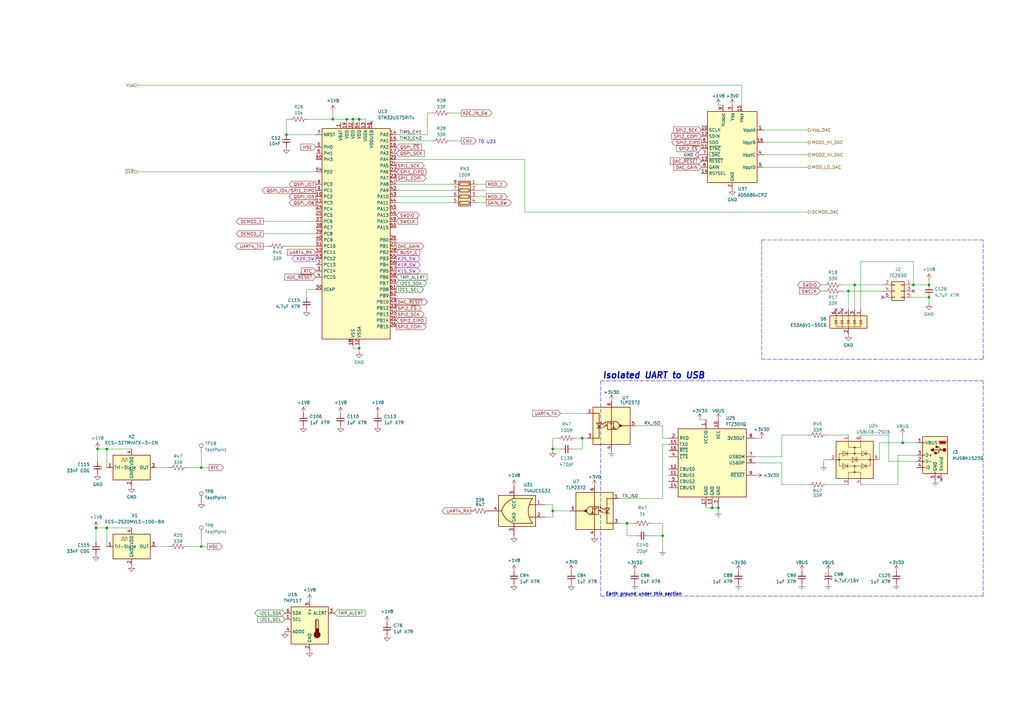
<source format=kicad_sch>
(kicad_sch (version 20230121) (generator eeschema)
  (paper "A3")
  (lib_symbols
    (symbol "74xGxx:74AUC1G32"
      (property "Reference" "U" (at -2.54 3.81 0))
      (property "Value" "74AUC1G32" (at 0 -3.81 0))
      (symbol "74AUC1G32_1_1"
        (pin input line (at -12.7 2.54 0) (length 5.08) (name "~") (number "1"))
        (pin input line (at -12.7 -2.54 0) (length 5.08) (name "~") (number "2"))
        (pin power_in line (at 0 -10.16 90) (length 5.08) (name "GND") (number "3"))
        (pin output line (at 10.16 0 180) (length 5.08) (name "~") (number "4"))
        (pin power_in line (at 0 10.16 270) (length 5.08) (name "VCC") (number "5"))
      )
    )
    (symbol "Analog_DAC:AD5686xCPZ"
      (property "Reference" "U" (at 7.62 19.05 0))
      (property "Value" "AD5686xCPZ" (at 7.62 16.51 0))
      (symbol "AD5686xCPZ_1_1"
        (pin output line (at 12.7 6.35 180) (length 2.54) (name "V_{OUT}A") (number "1"))
        (pin input line (at -12.7 6.35 0) (length 2.54) (name "SCLK") (number "10"))
        (pin input line (at -12.7 -1.27 0) (length 2.54) (name "~{SYNC}") (number "11"))
        (pin input line (at -12.7 3.81 0) (length 2.54) (name "SDIN") (number "12"))
        (pin input line (at -12.7 -6.35 0) (length 2.54) (name "~{RESET}") (number "13"))
        (pin input line (at -12.7 -11.43 0) (length 2.54) (name "RSTSEL") (number "14"))
        (pin power_in line (at 3.81 16.51 270) (length 2.54) (name "V_{REF}") (number "15"))
        (pin output line (at 12.7 1.27 180) (length 2.54) (name "V_{OUT}B") (number "16"))
        (pin passive line (at 0 -17.78 90) (length 2.54) hide (name "GND") (number "17"))
        (pin power_in line (at 0 -17.78 90) (length 2.54) (name "GND") (number "2"))
        (pin power_in line (at 0 16.51 270) (length 2.54) (name "V_{DD}") (number "3"))
        (pin output line (at 12.7 -3.81 180) (length 2.54) (name "V_{OUT}C") (number "4"))
        (pin output line (at 12.7 -8.89 180) (length 2.54) (name "V_{OUT}D") (number "5"))
        (pin output line (at -12.7 1.27 0) (length 2.54) (name "SDO") (number "6"))
        (pin input line (at -12.7 -3.81 0) (length 2.54) (name "~{LDAC}") (number "7"))
        (pin input line (at -12.7 -8.89 0) (length 2.54) (name "GAIN") (number "8"))
        (pin power_in line (at -3.81 16.51 270) (length 2.54) (name "V_{LOGIC}") (number "9"))
      )
    )
    (symbol "Connector:TestPoint" (pin_numbers hide) (pin_names (offset 0.762) hide)
      (property "Reference" "TP" (at 0 6.858 0))
      (property "Value" "TestPoint" (at 0 5.08 0))
      (symbol "TestPoint_1_1"
        (pin passive line (at 0 0 90) (length 2.54) (name "1") (number "1"))
      )
    )
    (symbol "Connector:USB_B_Micro" (pin_names (offset 1.016))
      (property "Reference" "J" (at -5.08 11.43 0))
      (property "Value" "USB_B_Micro" (at -5.08 8.89 0))
      (symbol "USB_B_Micro_1_1"
        (pin power_out line (at 7.62 5.08 180) (length 2.54) (name "VBUS") (number "1"))
        (pin bidirectional line (at 7.62 -2.54 180) (length 2.54) (name "D-") (number "2"))
        (pin bidirectional line (at 7.62 0 180) (length 2.54) (name "D+") (number "3"))
        (pin passive line (at 7.62 -5.08 180) (length 2.54) (name "ID") (number "4"))
        (pin power_out line (at 0 -10.16 90) (length 2.54) (name "GND") (number "5"))
        (pin passive line (at -2.54 -10.16 90) (length 2.54) (name "Shield") (number "6"))
      )
    )
    (symbol "Connector_Generic:Conn_02x03_Odd_Even" (pin_names (offset 1.016) hide)
      (property "Reference" "J" (at 1.27 5.08 0))
      (property "Value" "Conn_02x03_Odd_Even" (at 1.27 -5.08 0))
      (symbol "Conn_02x03_Odd_Even_1_1"
        (pin passive line (at -5.08 2.54 0) (length 3.81) (name "Pin_1") (number "1"))
        (pin passive line (at 7.62 2.54 180) (length 3.81) (name "Pin_2") (number "2"))
        (pin passive line (at -5.08 0 0) (length 3.81) (name "Pin_3") (number "3"))
        (pin passive line (at 7.62 0 180) (length 3.81) (name "Pin_4") (number "4"))
        (pin passive line (at -5.08 -2.54 0) (length 3.81) (name "Pin_5") (number "5"))
        (pin passive line (at 7.62 -2.54 180) (length 3.81) (name "Pin_6") (number "6"))
      )
    )
    (symbol "Device:Battery_Cell" (pin_numbers hide) (pin_names (offset 0) hide)
      (property "Reference" "BT" (at 3.175 1.27 0))
      (property "Value" "Battery_Cell" (at 3.175 -1.27 0))
      (symbol "Battery_Cell_1_1"
        (pin passive line (at 0 -3.81 90) (length 2.54) (name "-") (number "1"))
        (pin passive line (at 0 3.81 270) (length 2.54) (name "+") (number "2"))
      )
    )
    (symbol "Device:CP1_Small" (pin_numbers hide) (pin_names (offset 0.254) hide)
      (property "Reference" "C" (at 0.254 1.778 0))
      (property "Value" "CP1_Small" (at 0.254 -2.032 0))
      (symbol "CP1_Small_1_1"
        (pin passive line (at 0 2.54 270) (length 2.032) (name "~") (number "1"))
        (pin passive line (at 0 -2.54 90) (length 2.032) (name "~") (number "2"))
      )
    )
    (symbol "Device:C_Small" (pin_numbers hide) (pin_names (offset 0.254) hide)
      (property "Reference" "C" (at 0.254 1.778 0))
      (property "Value" "C_Small" (at 0.254 -2.032 0))
      (symbol "C_Small_1_1"
        (pin passive line (at 0 2.54 270) (length 2.032) (name "~") (number "1"))
        (pin passive line (at 0 -2.54 90) (length 2.032) (name "~") (number "2"))
      )
    )
    (symbol "Device:R_Pack04" (pin_names (offset 0) hide)
      (property "Reference" "RN" (at -7.62 0 90))
      (property "Value" "R_Pack04" (at 5.08 0 90))
      (symbol "R_Pack04_1_1"
        (pin passive line (at -5.08 -5.08 90) (length 2.54) (name "R1.1") (number "1"))
        (pin passive line (at -2.54 -5.08 90) (length 2.54) (name "R2.1") (number "2"))
        (pin passive line (at 0 -5.08 90) (length 2.54) (name "R3.1") (number "3"))
        (pin passive line (at 2.54 -5.08 90) (length 2.54) (name "R4.1") (number "4"))
        (pin passive line (at 2.54 5.08 270) (length 2.54) (name "R4.2") (number "5"))
        (pin passive line (at 0 5.08 270) (length 2.54) (name "R3.2") (number "6"))
        (pin passive line (at -2.54 5.08 270) (length 2.54) (name "R2.2") (number "7"))
        (pin passive line (at -5.08 5.08 270) (length 2.54) (name "R1.2") (number "8"))
      )
    )
    (symbol "Device:R_US" (pin_numbers hide) (pin_names (offset 0))
      (property "Reference" "R" (at 2.54 0 90))
      (property "Value" "R_US" (at -2.54 0 90))
      (symbol "R_US_1_1"
        (pin passive line (at 0 3.81 270) (length 1.27) (name "~") (number "1"))
        (pin passive line (at 0 -3.81 90) (length 1.27) (name "~") (number "2"))
      )
    )
    (symbol "Interface_USB:FT230XQ"
      (property "Reference" "U" (at -13.97 15.24 0))
      (property "Value" "FT230XQ" (at 7.62 15.24 0))
      (symbol "FT230XQ_1_1"
        (pin power_in line (at 2.54 17.78 270) (length 3.81) (name "VCCIO") (number "1"))
        (pin power_in line (at -2.54 17.78 270) (length 3.81) (name "VCC") (number "10"))
        (pin bidirectional line (at 17.78 -5.08 180) (length 3.81) (name "CBUS1") (number "11"))
        (pin bidirectional line (at 17.78 -2.54 180) (length 3.81) (name "CBUS0") (number "12"))
        (pin power_in line (at 0 -17.78 90) (length 3.81) (name "GND") (number "13"))
        (pin bidirectional line (at 17.78 -10.16 180) (length 3.81) (name "CBUS3") (number "14"))
        (pin output line (at 17.78 7.62 180) (length 3.81) (name "TXD") (number "15"))
        (pin output line (at 17.78 5.08 180) (length 3.81) (name "~{RTS}") (number "16"))
        (pin power_in line (at 2.54 -17.78 90) (length 3.81) (name "GND") (number "17"))
        (pin input line (at 17.78 10.16 180) (length 3.81) (name "RXD") (number "2"))
        (pin power_in line (at -2.54 -17.78 90) (length 3.81) (name "GND") (number "3"))
        (pin input line (at 17.78 2.54 180) (length 3.81) (name "~{CTS}") (number "4"))
        (pin bidirectional line (at 17.78 -7.62 180) (length 3.81) (name "CBUS2") (number "5"))
        (pin bidirectional line (at -17.78 0 0) (length 3.81) (name "USBDP") (number "6"))
        (pin bidirectional line (at -17.78 2.54 0) (length 3.81) (name "USBDM") (number "7"))
        (pin power_out line (at -17.78 10.16 0) (length 3.81) (name "3V3OUT") (number "8"))
        (pin input line (at -17.78 -5.08 0) (length 3.81) (name "~{RESET}") (number "9"))
      )
    )
    (symbol "Isolator:TLP2767" (pin_names (offset 1.016) hide)
      (property "Reference" "U" (at -7.112 8.89 0))
      (property "Value" "TLP2767" (at 1.016 9.144 0))
      (symbol "TLP2767_1_1"
        (pin passive line (at -10.16 5.08 0) (length 2.54) (name "A") (number "1"))
        (pin no_connect line (at -7.62 0 0) (length 2.54) hide (name "NC") (number "2"))
        (pin passive line (at -10.16 -5.08 0) (length 2.54) (name "K") (number "3"))
        (pin power_in line (at 0 -10.16 90) (length 2.54) (name "GND") (number "4"))
        (pin output line (at 10.16 0 180) (length 2.54) (name "VO") (number "5"))
        (pin power_in line (at 0 10.16 270) (length 2.54) (name "VDD") (number "6"))
      )
    )
    (symbol "MCU_ST_STM32U5:STM32U575RITx"
      (property "Reference" "U" (at -12.7 44.45 0))
      (property "Value" "STM32U575RITx" (at 10.16 44.45 0))
      (symbol "STM32U575RITx_1_1"
        (pin power_in line (at -5.08 45.72 270) (length 2.54) (name "VBAT") (number "1"))
        (pin bidirectional line (at -15.24 15.24 0) (length 2.54) (name "PC2") (number "10"))
        (pin bidirectional line (at -15.24 12.7 0) (length 2.54) (name "PC3") (number "11"))
        (pin power_in line (at 2.54 -45.72 90) (length 2.54) (name "VSSA") (number "12"))
        (pin power_in line (at 5.08 45.72 270) (length 2.54) (name "VDDA") (number "13"))
        (pin bidirectional line (at 17.78 40.64 180) (length 2.54) (name "PA0") (number "14"))
        (pin bidirectional line (at 17.78 38.1 180) (length 2.54) (name "PA1") (number "15"))
        (pin bidirectional line (at 17.78 35.56 180) (length 2.54) (name "PA2") (number "16"))
        (pin bidirectional line (at 17.78 33.02 180) (length 2.54) (name "PA3") (number "17"))
        (pin power_in line (at 0 -45.72 90) (length 2.54) (name "VSS") (number "18"))
        (pin power_in line (at -2.54 45.72 270) (length 2.54) (name "VDD") (number "19"))
        (pin bidirectional line (at -15.24 -12.7 0) (length 2.54) (name "PC13") (number "2"))
        (pin bidirectional line (at 17.78 30.48 180) (length 2.54) (name "PA4") (number "20"))
        (pin bidirectional line (at 17.78 27.94 180) (length 2.54) (name "PA5") (number "21"))
        (pin bidirectional line (at 17.78 25.4 180) (length 2.54) (name "PA6") (number "22"))
        (pin bidirectional line (at 17.78 22.86 180) (length 2.54) (name "PA7") (number "23"))
        (pin bidirectional line (at -15.24 10.16 0) (length 2.54) (name "PC4") (number "24"))
        (pin bidirectional line (at -15.24 7.62 0) (length 2.54) (name "PC5") (number "25"))
        (pin bidirectional line (at 17.78 -2.54 180) (length 2.54) (name "PB0") (number "26"))
        (pin bidirectional line (at 17.78 -5.08 180) (length 2.54) (name "PB1") (number "27"))
        (pin bidirectional line (at 17.78 -7.62 180) (length 2.54) (name "PB2") (number "28"))
        (pin bidirectional line (at 17.78 -27.94 180) (length 2.54) (name "PB10") (number "29"))
        (pin bidirectional line (at -15.24 -15.24 0) (length 2.54) (name "PC14") (number "3"))
        (pin power_out line (at -15.24 -22.86 0) (length 2.54) (name "VCAP") (number "30"))
        (pin passive line (at 0 -45.72 90) (length 2.54) hide (name "VSS") (number "31"))
        (pin power_in line (at 0 45.72 270) (length 2.54) (name "VDD") (number "32"))
        (pin bidirectional line (at 17.78 -30.48 180) (length 2.54) (name "PB12") (number "33"))
        (pin bidirectional line (at 17.78 -33.02 180) (length 2.54) (name "PB13") (number "34"))
        (pin bidirectional line (at 17.78 -35.56 180) (length 2.54) (name "PB14") (number "35"))
        (pin bidirectional line (at 17.78 -38.1 180) (length 2.54) (name "PB15") (number "36"))
        (pin bidirectional line (at -15.24 5.08 0) (length 2.54) (name "PC6") (number "37"))
        (pin bidirectional line (at -15.24 2.54 0) (length 2.54) (name "PC7") (number "38"))
        (pin bidirectional line (at -15.24 0 0) (length 2.54) (name "PC8") (number "39"))
        (pin bidirectional line (at -15.24 -17.78 0) (length 2.54) (name "PC15") (number "4"))
        (pin bidirectional line (at -15.24 -2.54 0) (length 2.54) (name "PC9") (number "40"))
        (pin bidirectional line (at 17.78 20.32 180) (length 2.54) (name "PA8") (number "41"))
        (pin bidirectional line (at 17.78 17.78 180) (length 2.54) (name "PA9") (number "42"))
        (pin bidirectional line (at 17.78 15.24 180) (length 2.54) (name "PA10") (number "43"))
        (pin bidirectional line (at 17.78 12.7 180) (length 2.54) (name "PA11") (number "44"))
        (pin bidirectional line (at 17.78 10.16 180) (length 2.54) (name "PA12") (number "45"))
        (pin bidirectional line (at 17.78 7.62 180) (length 2.54) (name "PA13") (number "46"))
        (pin passive line (at 0 -45.72 90) (length 2.54) hide (name "VSS") (number "47"))
        (pin power_in line (at 7.62 45.72 270) (length 2.54) (name "VDDUSB") (number "48"))
        (pin bidirectional line (at 17.78 5.08 180) (length 2.54) (name "PA14") (number "49"))
        (pin bidirectional line (at -15.24 35.56 0) (length 2.54) (name "PH0") (number "5"))
        (pin bidirectional line (at 17.78 2.54 180) (length 2.54) (name "PA15") (number "50"))
        (pin bidirectional line (at -15.24 -5.08 0) (length 2.54) (name "PC10") (number "51"))
        (pin bidirectional line (at -15.24 -7.62 0) (length 2.54) (name "PC11") (number "52"))
        (pin bidirectional line (at -15.24 -10.16 0) (length 2.54) (name "PC12") (number "53"))
        (pin bidirectional line (at -15.24 25.4 0) (length 2.54) (name "PD2") (number "54"))
        (pin bidirectional line (at 17.78 -10.16 180) (length 2.54) (name "PB3") (number "55"))
        (pin bidirectional line (at 17.78 -12.7 180) (length 2.54) (name "PB4") (number "56"))
        (pin bidirectional line (at 17.78 -15.24 180) (length 2.54) (name "PB5") (number "57"))
        (pin bidirectional line (at 17.78 -17.78 180) (length 2.54) (name "PB6") (number "58"))
        (pin bidirectional line (at 17.78 -20.32 180) (length 2.54) (name "PB7") (number "59"))
        (pin bidirectional line (at -15.24 33.02 0) (length 2.54) (name "PH1") (number "6"))
        (pin bidirectional line (at -15.24 30.48 0) (length 2.54) (name "PH3") (number "60"))
        (pin bidirectional line (at 17.78 -22.86 180) (length 2.54) (name "PB8") (number "61"))
        (pin bidirectional line (at 17.78 -25.4 180) (length 2.54) (name "PB9") (number "62"))
        (pin passive line (at 0 -45.72 90) (length 2.54) hide (name "VSS") (number "63"))
        (pin power_in line (at 2.54 45.72 270) (length 2.54) (name "VDD") (number "64"))
        (pin input line (at -15.24 40.64 0) (length 2.54) (name "NRST") (number "7"))
        (pin bidirectional line (at -15.24 20.32 0) (length 2.54) (name "PC0") (number "8"))
        (pin bidirectional line (at -15.24 17.78 0) (length 2.54) (name "PC1") (number "9"))
      )
    )
    (symbol "Oscillator:ECS-2520MV-xxx-xx"
      (property "Reference" "X" (at -5.08 6.35 0))
      (property "Value" "ECS-2520MV-xxx-xx" (at 1.27 -6.35 0))
      (symbol "ECS-2520MV-xxx-xx_1_1"
        (pin input line (at -10.16 0 0) (length 2.54) (name "Tri-State") (number "1"))
        (pin power_in line (at 0 -7.62 90) (length 2.54) (name "GND") (number "2"))
        (pin output line (at 10.16 0 180) (length 2.54) (name "OUT") (number "3"))
        (pin power_in line (at 0 7.62 270) (length 2.54) (name "VDD") (number "4"))
      )
    )
    (symbol "Power_Protection:ESDA6V1-5SC6" (pin_names hide)
      (property "Reference" "D" (at -5.08 -3.81 0))
      (property "Value" "ESDA6V1-5SC6" (at 2.54 -3.81 0))
      (symbol "ESDA6V1-5SC6_0_0"
        (pin passive line (at 0 -5.08 90) (length 2.54) (name "GND") (number "2"))
      )
      (symbol "ESDA6V1-5SC6_1_1"
        (pin passive line (at -5.08 5.08 270) (length 2.54) (name "IO1") (number "1"))
        (pin passive line (at -2.54 5.08 270) (length 2.54) (name "IO2") (number "3"))
        (pin passive line (at 0 5.08 270) (length 2.54) (name "IO3") (number "4"))
        (pin passive line (at 2.54 5.08 270) (length 2.54) (name "IO4") (number "5"))
        (pin passive line (at 5.08 5.08 270) (length 2.54) (name "IO5") (number "6"))
      )
    )
    (symbol "Power_Protection:USBLC6-2SC6" (pin_names hide)
      (property "Reference" "U" (at 2.54 8.89 0))
      (property "Value" "USBLC6-2SC6" (at 2.54 -8.89 0))
      (symbol "USBLC6-2SC6_1_1"
        (pin passive line (at -10.16 -2.54 0) (length 2.54) (name "I/O1") (number "1"))
        (pin passive line (at 0 -10.16 90) (length 2.54) (name "GND") (number "2"))
        (pin passive line (at 10.16 -2.54 180) (length 2.54) (name "I/O2") (number "3"))
        (pin passive line (at 10.16 2.54 180) (length 2.54) (name "I/O2") (number "4"))
        (pin passive line (at 0 10.16 270) (length 2.54) (name "VBUS") (number "5"))
        (pin passive line (at -10.16 2.54 0) (length 2.54) (name "I/O1") (number "6"))
      )
    )
    (symbol "Sensor_Temperature:TMP117"
      (property "Reference" "U" (at 10.16 -2.54 0))
      (property "Value" "TMP117" (at 12.7 -5.08 0))
      (symbol "TMP117_1_1"
        (pin input line (at -10.16 2.54 0) (length 2.54) (name "SCL") (number "1"))
        (pin power_in line (at 0 -10.16 90) (length 2.54) (name "GND") (number "2"))
        (pin open_collector line (at 10.16 5.08 180) (length 2.54) (name "ALERT") (number "3"))
        (pin input line (at -10.16 -2.54 0) (length 2.54) (name "ADD0") (number "4"))
        (pin power_in line (at 0 10.16 270) (length 2.54) (name "V+") (number "5"))
        (pin bidirectional line (at -10.16 5.08 0) (length 2.54) (name "SDA") (number "6"))
      )
    )
    (symbol "power:+1V8" (power) (pin_names (offset 0))
      (property "Value" "+1V8" (at 0 3.556 0))
      (symbol "+1V8_1_1"
        (pin power_in line (at 0 0 90) (length 0) hide (name "+1V8") (number "1"))
      )
    )
    (symbol "power:+3V0" (power) (pin_names (offset 0))
      (property "Value" "+3V0" (at 0 3.556 0))
      (symbol "+3V0_1_1"
        (pin power_in line (at 0 0 90) (length 0) hide (name "+3V0") (number "1"))
      )
    )
    (symbol "power:+3V3D" (power) (pin_names (offset 0))
      (property "Value" "+3V3D" (at 0 3.556 0))
      (symbol "+3V3D_1_1"
        (pin power_in line (at 0 0 90) (length 0) hide (name "+3V3D") (number "1"))
      )
    )
    (symbol "power:Earth" (power) (pin_names (offset 0))
      (symbol "Earth_1_1"
        (pin power_in line (at 0 0 270) (length 0) hide (name "Earth") (number "1"))
      )
    )
    (symbol "power:GND" (power) (pin_names (offset 0))
      (property "Value" "GND" (at 0 -3.81 0))
      (symbol "GND_1_1"
        (pin power_in line (at 0 0 270) (length 0) hide (name "GND") (number "1"))
      )
    )
    (symbol "power:VBUS" (power) (pin_names (offset 0))
      (property "Value" "VBUS" (at 0 3.81 0))
      (symbol "VBUS_1_1"
        (pin power_in line (at 0 0 90) (length 0) hide (name "VBUS") (number "1"))
      )
    )
  )
  (junction (at 136.525 48.895))
  (junction (at 147.32 142.875))
  (junction (at 40.005 184.15))
  (junction (at 238.76 179.705))
  (junction (at 226.695 184.15))
  (junction (at 117.475 55.245))
  (junction (at 347.98 119.38))
  (junction (at 257.175 214.63))
  (junction (at 271.78 219.71))
  (junction (at 43.815 216.535))
  (junction (at 43.815 184.15))
  (junction (at 374.65 116.84))
  (junction (at 39.37 216.535))
  (junction (at 350.52 116.84))
  (junction (at 142.24 48.895))
  (junction (at 82.55 224.155))
  (junction (at 82.55 191.77))
  (junction (at 370.205 181.61))
  (junction (at 292.1 208.28))
  (junction (at 144.78 48.895))
  (junction (at 381 116.84))
  (junction (at 147.32 48.895))
  (junction (at 294.64 208.28))
  (junction (at 226.695 209.55))
  (junction (at 381 121.92))
  (no_connect (at 345.44 127))
  (no_connect (at 361.95 121.92))
  (no_connect (at 374.65 119.38))
  (no_connect (at 386.08 196.85))
  (no_connect (at 152.4 50.165))
  (no_connect (at 342.9 127))
  (wire (pts (xy 304.165 34.925) (xy 304.165 43.18)))
  (wire (pts (xy 361.95 119.38) (xy 347.98 119.38)))
  (wire (pts (xy 82.55 219.71) (xy 82.55 224.155)))
  (wire (pts (xy 294.64 208.28) (xy 294.64 209.55)))
  (wire (pts (xy 162.56 80.645) (xy 185.42 80.645)))
  (polyline (pts (xy 246.38 156.21) (xy 403.225 156.21)) (stroke (width 0) (type dash)))
  (wire (pts (xy 184.785 57.785) (xy 189.23 57.785)))
  (wire (pts (xy 144.78 48.895) (xy 144.78 50.165)))
  (wire (pts (xy 320.675 187.325) (xy 320.675 178.435)))
  (wire (pts (xy 226.695 212.09) (xy 226.695 209.55)))
  (wire (pts (xy 82.55 191.77) (xy 85.725 191.77)))
  (wire (pts (xy 56.515 34.925) (xy 304.165 34.925)))
  (wire (pts (xy 107.95 100.965) (xy 109.855 100.965)))
  (wire (pts (xy 162.56 78.105) (xy 185.42 78.105)))
  (wire (pts (xy 162.56 75.565) (xy 185.42 75.565)))
  (wire (pts (xy 175.26 46.355) (xy 177.165 46.355)))
  (polyline (pts (xy 246.38 156.21) (xy 246.38 244.475)) (stroke (width 0) (type dash)))
  (polyline (pts (xy 246.38 244.475) (xy 403.225 244.475)) (stroke (width 0) (type dash)))
  (wire (pts (xy 374.65 121.92) (xy 381 121.92)))
  (wire (pts (xy 313.055 68.58) (xy 331.47 68.58)))
  (polyline (pts (xy 403.225 147.32) (xy 403.225 98.425)) (stroke (width 0) (type dash)))
  (wire (pts (xy 43.815 191.77) (xy 43.815 184.15)))
  (wire (pts (xy 271.78 204.47) (xy 271.78 182.245)))
  (wire (pts (xy 374.65 107.315) (xy 374.65 116.84)))
  (wire (pts (xy 309.88 179.705) (xy 312.42 179.705)))
  (wire (pts (xy 292.1 207.645) (xy 292.1 208.28)))
  (wire (pts (xy 226.695 207.01) (xy 223.52 207.01)))
  (wire (pts (xy 339.09 178.435) (xy 347.98 178.435)))
  (wire (pts (xy 162.56 65.405) (xy 215.265 65.405)))
  (wire (pts (xy 381 114.935) (xy 381 116.84)))
  (wire (pts (xy 353.06 198.755) (xy 368.3 198.755)))
  (wire (pts (xy 125.73 118.745) (xy 129.54 118.745)))
  (polyline (pts (xy 312.42 98.425) (xy 403.225 98.425)) (stroke (width 0) (type dash)))
  (wire (pts (xy 271.78 174.625) (xy 271.78 179.705)))
  (wire (pts (xy 368.3 198.755) (xy 368.3 186.69)))
  (wire (pts (xy 347.98 119.38) (xy 345.44 119.38)))
  (wire (pts (xy 43.815 216.535) (xy 53.975 216.535)))
  (wire (pts (xy 360.68 181.61) (xy 360.68 188.595)))
  (wire (pts (xy 313.055 53.34) (xy 331.47 53.34)))
  (wire (pts (xy 370.205 181.61) (xy 375.92 181.61)))
  (wire (pts (xy 364.49 189.23) (xy 375.92 189.23)))
  (wire (pts (xy 215.265 65.405) (xy 215.265 86.995)))
  (wire (pts (xy 40.005 184.15) (xy 40.005 189.23)))
  (wire (pts (xy 144.78 142.875) (xy 147.32 142.875)))
  (wire (pts (xy 142.24 48.895) (xy 144.78 48.895)))
  (wire (pts (xy 236.22 179.705) (xy 238.76 179.705)))
  (wire (pts (xy 234.95 184.15) (xy 238.76 184.15)))
  (wire (pts (xy 162.56 55.245) (xy 175.26 55.245)))
  (polyline (pts (xy 312.42 147.32) (xy 403.225 147.32)) (stroke (width 0) (type dash)))
  (wire (pts (xy 136.525 48.895) (xy 142.24 48.895)))
  (wire (pts (xy 226.695 209.55) (xy 226.695 207.01)))
  (wire (pts (xy 353.06 107.315) (xy 353.06 127)))
  (wire (pts (xy 226.695 179.705) (xy 228.6 179.705)))
  (wire (pts (xy 294.64 208.28) (xy 292.1 208.28)))
  (wire (pts (xy 271.78 179.705) (xy 274.32 179.705)))
  (wire (pts (xy 336.55 119.38) (xy 337.82 119.38)))
  (wire (pts (xy 350.52 116.84) (xy 345.44 116.84)))
  (wire (pts (xy 238.76 179.705) (xy 240.665 179.705)))
  (wire (pts (xy 107.95 90.805) (xy 129.54 90.805)))
  (wire (pts (xy 147.32 141.605) (xy 147.32 142.875)))
  (wire (pts (xy 361.95 116.84) (xy 350.52 116.84)))
  (wire (pts (xy 254 204.47) (xy 271.78 204.47)))
  (wire (pts (xy 40.005 184.15) (xy 43.815 184.15)))
  (wire (pts (xy 43.815 184.15) (xy 53.975 184.15)))
  (wire (pts (xy 76.835 191.77) (xy 82.55 191.77)))
  (wire (pts (xy 144.78 48.895) (xy 147.32 48.895)))
  (wire (pts (xy 294.64 207.645) (xy 294.64 208.28)))
  (wire (pts (xy 39.37 216.535) (xy 43.815 216.535)))
  (wire (pts (xy 82.55 224.155) (xy 76.835 224.155)))
  (wire (pts (xy 39.37 222.25) (xy 39.37 216.535)))
  (wire (pts (xy 136.525 45.72) (xy 136.525 48.895)))
  (wire (pts (xy 238.76 184.15) (xy 238.76 179.705)))
  (wire (pts (xy 69.215 224.155) (xy 64.135 224.155)))
  (wire (pts (xy 313.055 63.5) (xy 331.47 63.5)))
  (wire (pts (xy 260.985 219.71) (xy 257.175 219.71)))
  (wire (pts (xy 350.52 116.84) (xy 350.52 127)))
  (wire (pts (xy 226.695 184.15) (xy 229.87 184.15)))
  (wire (pts (xy 267.335 214.63) (xy 271.78 214.63)))
  (wire (pts (xy 142.24 48.895) (xy 142.24 50.165)))
  (wire (pts (xy 195.58 83.185) (xy 199.39 83.185)))
  (wire (pts (xy 339.09 198.755) (xy 347.98 198.755)))
  (wire (pts (xy 254 214.63) (xy 257.175 214.63)))
  (wire (pts (xy 147.32 48.895) (xy 149.86 48.895)))
  (wire (pts (xy 184.785 46.355) (xy 189.23 46.355)))
  (wire (pts (xy 381 124.46) (xy 381 121.92)))
  (wire (pts (xy 368.3 186.69) (xy 375.92 186.69)))
  (wire (pts (xy 347.98 119.38) (xy 347.98 127)))
  (wire (pts (xy 336.55 116.84) (xy 337.82 116.84)))
  (wire (pts (xy 320.675 198.755) (xy 331.47 198.755)))
  (wire (pts (xy 289.56 208.28) (xy 289.56 207.645)))
  (wire (pts (xy 107.95 95.885) (xy 129.54 95.885)))
  (polyline (pts (xy 246.38 244.475) (xy 246.38 244.475)))
  (wire (pts (xy 271.78 219.71) (xy 266.065 219.71)))
  (wire (pts (xy 226.695 184.15) (xy 226.695 179.705)))
  (wire (pts (xy 320.675 189.865) (xy 320.675 198.755)))
  (wire (pts (xy 147.32 48.895) (xy 147.32 50.165)))
  (wire (pts (xy 56.515 70.485) (xy 129.54 70.485)))
  (wire (pts (xy 309.88 187.325) (xy 320.675 187.325)))
  (wire (pts (xy 233.68 209.55) (xy 226.695 209.55)))
  (wire (pts (xy 353.06 178.435) (xy 364.49 178.435)))
  (wire (pts (xy 309.88 189.865) (xy 320.675 189.865)))
  (wire (pts (xy 147.32 142.875) (xy 147.32 144.145)))
  (wire (pts (xy 226.695 184.785) (xy 226.695 184.15)))
  (wire (pts (xy 149.86 48.895) (xy 149.86 50.165)))
  (wire (pts (xy 117.475 100.965) (xy 129.54 100.965)))
  (wire (pts (xy 162.56 83.185) (xy 185.42 83.185)))
  (wire (pts (xy 260.985 174.625) (xy 271.78 174.625)))
  (wire (pts (xy 117.475 48.895) (xy 117.475 55.245)))
  (wire (pts (xy 195.58 80.645) (xy 199.39 80.645)))
  (wire (pts (xy 271.78 214.63) (xy 271.78 219.71)))
  (wire (pts (xy 125.73 121.92) (xy 125.73 118.745)))
  (polyline (pts (xy 403.225 244.475) (xy 403.225 156.21)) (stroke (width 0) (type dash)))
  (wire (pts (xy 374.65 116.84) (xy 381 116.84)))
  (wire (pts (xy 337.82 188.595) (xy 340.36 188.595)))
  (wire (pts (xy 195.58 78.105) (xy 199.39 78.105)))
  (wire (pts (xy 195.58 75.565) (xy 199.39 75.565)))
  (wire (pts (xy 337.82 190.5) (xy 337.82 188.595)))
  (wire (pts (xy 223.52 212.09) (xy 226.695 212.09)))
  (wire (pts (xy 313.055 58.42) (xy 331.47 58.42)))
  (wire (pts (xy 292.1 208.28) (xy 289.56 208.28)))
  (wire (pts (xy 320.675 178.435) (xy 331.47 178.435)))
  (wire (pts (xy 370.205 178.435) (xy 370.205 181.61)))
  (wire (pts (xy 175.26 55.245) (xy 175.26 46.355)))
  (wire (pts (xy 257.175 219.71) (xy 257.175 214.63)))
  (wire (pts (xy 118.745 48.895) (xy 117.475 48.895)))
  (wire (pts (xy 229.87 169.545) (xy 240.665 169.545)))
  (wire (pts (xy 364.49 178.435) (xy 364.49 189.23)))
  (wire (pts (xy 294.64 43.18) (xy 296.545 43.18)))
  (wire (pts (xy 126.365 48.895) (xy 136.525 48.895)))
  (wire (pts (xy 162.56 57.785) (xy 177.165 57.785)))
  (wire (pts (xy 271.78 219.71) (xy 271.78 225.425)))
  (wire (pts (xy 287.02 172.085) (xy 289.56 172.085)))
  (wire (pts (xy 215.265 86.995) (xy 331.47 86.995)))
  (wire (pts (xy 82.55 186.055) (xy 82.55 191.77)))
  (wire (pts (xy 43.815 224.155) (xy 43.815 216.535)))
  (wire (pts (xy 85.09 224.155) (xy 82.55 224.155)))
  (polyline (pts (xy 312.42 98.425) (xy 312.42 147.32)) (stroke (width 0) (type dash)))
  (wire (pts (xy 353.06 107.315) (xy 374.65 107.315)))
  (wire (pts (xy 271.78 182.245) (xy 274.32 182.245)))
  (wire (pts (xy 64.135 191.77) (xy 69.215 191.77)))
  (wire (pts (xy 117.475 55.245) (xy 129.54 55.245)))
  (wire (pts (xy 257.175 214.63) (xy 259.715 214.63)))
  (wire (pts (xy 144.78 141.605) (xy 144.78 142.875)))
  (wire (pts (xy 360.68 181.61) (xy 370.205 181.61)))
  (text "Earth ground under this section" (at 248.285 244.475 0) (effects (font (size 1.27 1.27) bold italic) (justify left bottom)))
  (text "Isolated UART to USB" (at 247.015 155.575 0) (effects (font (size 2.54 2.54) bold italic) (justify left bottom)))
  (text "TO U33" (at 196.215 59.055 0) (effects (font (size 1.27 1.27)) (justify left bottom)))
  (label "RX_ISO" (at 264.16 174.625 0))
  (label "TIM5_CH1" (at 163.83 55.245 0))
  (label "TX_ISO" (at 255.27 204.47 0))
  (label "TIM2_CH2" (at 163.83 57.785 0))
  (global_label "MOD_1" (shape output) (at 199.39 75.565 0) (property "Intersheetrefs" "${INTERSHEET_REFS}" (effects hide)))
  (global_label "ADC_IN_SW" (shape output) (at 189.23 46.355 0) (property "Intersheetrefs" "${INTERSHEET_REFS}" (effects hide)))
  (global_label "TMP_ALERT" (shape input) (at 137.16 251.46 0) (property "Intersheetrefs" "${INTERSHEET_REFS}" (effects hide)))
  (global_label "DAC_~{RESET}" (shape output) (at 162.56 123.825 0) (property "Intersheetrefs" "${INTERSHEET_REFS}" (effects hide)))
  (global_label "SPI1_SCK" (shape output) (at 162.56 67.945 0) (property "Intersheetrefs" "${INTERSHEET_REFS}" (effects hide)))
  (global_label "TMP_ALERT" (shape input) (at 162.56 113.665 0) (property "Intersheetrefs" "${INTERSHEET_REFS}" (effects hide)))
  (global_label "SWCLK" (shape input) (at 336.55 119.38 180) (property "Intersheetrefs" "${INTERSHEET_REFS}" (effects hide)))
  (global_label "QSPI_IO4{slash}SPI1_CIPO" (shape output) (at 129.54 78.105 180) (property "Intersheetrefs" "${INTERSHEET_REFS}" (effects hide)))
  (global_label "UART4_TX" (shape output) (at 107.95 100.965 180) (property "Intersheetrefs" "${INTERSHEET_REFS}" (effects hide)))
  (global_label "SPI2_SCK" (shape input) (at 287.655 53.34 180) (property "Intersheetrefs" "${INTERSHEET_REFS}" (effects hide)))
  (global_label "MOD_2" (shape output) (at 199.39 80.645 0) (property "Intersheetrefs" "${INTERSHEET_REFS}" (effects hide)))
  (global_label "DEMOD_2" (shape output) (at 107.95 95.885 180) (property "Intersheetrefs" "${INTERSHEET_REFS}" (effects hide)))
  (global_label "SWDIO" (shape bidirectional) (at 336.55 116.84 180) (property "Intersheetrefs" "${INTERSHEET_REFS}" (effects hide)))
  (global_label "QSPI_IO7" (shape output) (at 129.54 75.565 180) (property "Intersheetrefs" "${INTERSHEET_REFS}" (effects hide)))
  (global_label "SWDIO" (shape bidirectional) (at 162.56 88.265 0) (property "Intersheetrefs" "${INTERSHEET_REFS}" (effects hide)))
  (global_label "RTC" (shape output) (at 85.725 191.77 0) (property "Intersheetrefs" "${INTERSHEET_REFS}" (effects hide)))
  (global_label "K2R_SW" (shape output) (at 129.54 106.045 180) (property "Intersheetrefs" "${INTERSHEET_REFS}" (effects hide)))
  (global_label "SPI2_SCK" (shape output) (at 162.56 128.905 0) (property "Intersheetrefs" "${INTERSHEET_REFS}" (effects hide)))
  (global_label "BUSY_C" (shape input) (at 162.56 103.505 0) (property "Intersheetrefs" "${INTERSHEET_REFS}" (effects hide)))
  (global_label "QSPI_~{CS}" (shape input) (at 162.56 60.325 0) (property "Intersheetrefs" "${INTERSHEET_REFS}" (effects hide)))
  (global_label "UART4_TX" (shape input) (at 229.87 169.545 180) (property "Intersheetrefs" "${INTERSHEET_REFS}" (effects hide)))
  (global_label "GAIN_SW" (shape output) (at 199.39 83.185 0) (property "Intersheetrefs" "${INTERSHEET_REFS}" (effects hide)))
  (global_label "QSPI_IO5" (shape output) (at 129.54 80.645 180) (property "Intersheetrefs" "${INTERSHEET_REFS}" (effects hide)))
  (global_label "QSPI_SCK" (shape input) (at 162.56 62.865 0) (property "Intersheetrefs" "${INTERSHEET_REFS}" (effects hide)))
  (global_label "I2C1_SDA" (shape bidirectional) (at 162.56 116.205 0) (property "Intersheetrefs" "${INTERSHEET_REFS}" (effects hide)))
  (global_label "DAC_GAIN" (shape input) (at 287.655 68.58 180) (property "Intersheetrefs" "${INTERSHEET_REFS}" (effects hide)))
  (global_label "QSPI_IO6" (shape output) (at 129.54 83.185 180) (property "Intersheetrefs" "${INTERSHEET_REFS}" (effects hide)))
  (global_label "DAC_~{RESET}" (shape input) (at 287.655 66.04 180) (property "Intersheetrefs" "${INTERSHEET_REFS}" (effects hide)))
  (global_label "SPI2_~{CS}" (shape output) (at 162.56 126.365 0) (property "Intersheetrefs" "${INTERSHEET_REFS}" (effects hide)))
  (global_label "K1R_SW" (shape output) (at 162.56 108.585 0) (property "Intersheetrefs" "${INTERSHEET_REFS}" (effects hide)))
  (global_label "SPI2_CIPO" (shape output) (at 287.655 58.42 180) (property "Intersheetrefs" "${INTERSHEET_REFS}" (effects hide)))
  (global_label "I2C1_SCL" (shape input) (at 116.84 254 180) (property "Intersheetrefs" "${INTERSHEET_REFS}" (effects hide)))
  (global_label "SPI1_COPI" (shape output) (at 162.56 73.025 0) (property "Intersheetrefs" "${INTERSHEET_REFS}" (effects hide)))
  (global_label "HSE" (shape output) (at 85.09 224.155 0) (property "Intersheetrefs" "${INTERSHEET_REFS}" (effects hide)))
  (global_label "SPI2_~{CS}" (shape input) (at 287.655 60.96 180) (property "Intersheetrefs" "${INTERSHEET_REFS}" (effects hide)))
  (global_label "I2C1_SDA" (shape bidirectional) (at 116.84 251.46 180) (property "Intersheetrefs" "${INTERSHEET_REFS}" (effects hide)))
  (global_label "SPI2_COPI" (shape input) (at 287.655 55.88 180) (property "Intersheetrefs" "${INTERSHEET_REFS}" (effects hide)))
  (global_label "UART4_RX" (shape output) (at 193.04 209.55 180) (property "Intersheetrefs" "${INTERSHEET_REFS}" (effects hide)))
  (global_label "CNV" (shape output) (at 189.23 57.785 0) (property "Intersheetrefs" "${INTERSHEET_REFS}" (effects hide)))
  (global_label "I2C1_SCL" (shape output) (at 162.56 118.745 0) (property "Intersheetrefs" "${INTERSHEET_REFS}" (effects hide)))
  (global_label "HSE" (shape input) (at 129.54 60.325 180) (property "Intersheetrefs" "${INTERSHEET_REFS}" (effects hide)))
  (global_label "SPI2_COPI" (shape output) (at 162.56 133.985 0) (property "Intersheetrefs" "${INTERSHEET_REFS}" (effects hide)))
  (global_label "SWCLK" (shape input) (at 162.56 90.805 0) (property "Intersheetrefs" "${INTERSHEET_REFS}" (effects hide)))
  (global_label "UART4_RX" (shape input) (at 129.54 103.505 180) (property "Intersheetrefs" "${INTERSHEET_REFS}" (effects hide)))
  (global_label "DEMOD_1" (shape output) (at 107.95 90.805 180) (property "Intersheetrefs" "${INTERSHEET_REFS}" (effects hide)))
  (global_label "SPI1_CIPO" (shape input) (at 162.56 70.485 0) (property "Intersheetrefs" "${INTERSHEET_REFS}" (effects hide)))
  (global_label "DAC_GAIN" (shape output) (at 162.56 100.965 0) (property "Intersheetrefs" "${INTERSHEET_REFS}" (effects hide)))
  (global_label "ADC_~{RESET}" (shape input) (at 129.54 113.665 180) (property "Intersheetrefs" "${INTERSHEET_REFS}" (effects hide)))
  (global_label "SPI2_CIPO" (shape input) (at 162.56 131.445 0) (property "Intersheetrefs" "${INTERSHEET_REFS}" (effects hide)))
  (global_label "K1S_SW" (shape output) (at 162.56 111.125 0) (property "Intersheetrefs" "${INTERSHEET_REFS}" (effects hide)))
  (global_label "K2S_SW" (shape output) (at 162.56 106.045 0) (property "Intersheetrefs" "${INTERSHEET_REFS}" (effects hide)))
  (global_label "RTC" (shape input) (at 129.54 111.125 180) (property "Intersheetrefs" "${INTERSHEET_REFS}" (effects hide)))
  (hierarchical_label "DEMOD_DAC" (shape output) (at 331.47 86.995 0))
  (hierarchical_label "V_{OS}_DAC" (shape output) (at 331.47 53.34 0))
  (hierarchical_label "V_{CM}" (shape input) (at 56.515 34.925 180))
  (hierarchical_label "~{OVR}" (shape input) (at 56.515 70.485 180))
  (hierarchical_label "MOD2_HI_DAC" (shape output) (at 331.47 63.5 0))
  (hierarchical_label "MOD1_HI_DAC" (shape output) (at 331.47 58.42 0))
  (hierarchical_label "MOD_LO_DAC" (shape output) (at 331.47 68.58 0))
  (symbol (lib_id "Connector:TestPoint") (at 82.55 186.055 0) (unit 1)
    (property "Reference" "TP18" (at 83.947 181.9183 0) (effects (justify left)))
    (property "Value" "TestPoint" (at 83.947 184.4552 0) (effects (justify left)))
    (property "Footprint" "TestPoint:TestPoint_Pad_D1.0mm" (effects hide))
    (instances (project "nV-Meter_rev_b" (path "" (reference "TP18") (unit 1))) (project "AFE_Testr01" (path "" (reference "TP14") (unit 1))))
  )
  (symbol (lib_id "MCU_ST_STM32U5:STM32U575RITx") (at 144.78 95.885 0) (unit 1)
    (property "Reference" "U13" (at 154.94 45.72 0) (effects (justify left)))
    (property "Value" "STM32U575RITx" (at 154.94 48.26 0) (effects (justify left)))
    (property "Footprint" "Package_QFP:LQFP-64_10x10mm_P0.5mm" (effects hide))
    (property "Datasheet" "https://www.st.com/resource/en/datasheet/stm32u575ri.pdf" (effects hide))
  )
  (symbol (lib_id "power:GND") (at 158.75 260.35 0) (unit 1)
    (property "Reference" "#PWR062" (effects hide))
    (property "Value" "GND" (effects hide))
  )
  (symbol (lib_id "Device:C_Small") (at 381 119.38 0) (mirror x) (unit 1)
    (property "Reference" "C126" (at 383.3241 118.5389 0) (effects (justify left)))
    (property "Value" "4.7uF X7R" (at 383.3241 121.0758 0) (effects (justify left)))
    (property "Footprint" "Capacitor_SMD:C_0805_2012Metric_Red_outline" (effects hide))
  )
  (symbol (lib_id "power:+1V8") (at 154.94 169.545 0) (unit 1)
    (property "Reference" "#PWR0139" (effects hide))
    (property "Value" "+1V8" (at 154.94 165.1 0))
  )
  (symbol (lib_id "Device:R_US") (at 180.975 46.355 90) (unit 1)
    (property "Reference" "R28" (at 180.975 41.275 90))
    (property "Value" "33R" (at 180.975 43.815 90))
    (property "Footprint" "Resistor_SMD:R_0603_1608Metric_red" (effects hide))
  )
  (symbol (lib_id "power:+3V0") (at 300.355 43.18 0) (unit 1)
    (property "Reference" "#PWR097" (effects hide))
    (property "Value" "+3V0" (at 300.355 39.37 0))
  )
  (symbol (lib_id "power:+3V3D") (at 287.02 172.085 0) (unit 1)
    (property "Reference" "#PWR0251" (effects hide))
    (property "Value" "+3V3D" (at 287.02 168.5092 0))
  )
  (symbol (lib_id "Device:R_US") (at 196.85 209.55 270) (unit 1)
    (property "Reference" "R47" (at 196.85 207.0069 90))
    (property "Value" "33R" (at 196.85 205.105 90))
    (property "Footprint" "Resistor_SMD:R_0603_1608Metric_red" (effects hide))
  )
  (symbol (lib_id "power:Earth") (at 271.78 225.425 0) (unit 1)
    (property "Reference" "#PWR0220" (effects hide))
    (property "Value" "Earth" (effects hide))
  )
  (symbol (lib_id "power:VBUS") (at 370.205 178.435 0) (unit 1)
    (property "Reference" "#PWR0288" (effects hide))
    (property "Value" "VBUS" (at 370.205 174.8592 0))
  )
  (symbol (lib_id "power:VBUS") (at 328.93 234.315 0) (unit 1)
    (property "Reference" "#PWR0254" (effects hide))
    (property "Value" "VBUS" (at 328.93 230.7392 0))
  )
  (symbol (lib_id "power:GND") (at 347.98 137.16 0) (unit 1)
    (property "Reference" "#PWR053" (effects hide))
    (property "Value" "GND" (at 347.98 141.6034 0))
  )
  (symbol (lib_id "Device:C_Small") (at 302.895 236.855 0) (mirror x) (unit 1)
    (property "Reference" "C88" (at 300.571 236.0139 0) (effects (justify right)))
    (property "Value" "1uF X7R" (at 300.571 238.5508 0) (effects (justify right)))
    (property "Footprint" "Capacitor_SMD:C_0603_1608Metric_red_outline" (effects hide))
  )
  (symbol (lib_id "Device:C_Small") (at 210.82 236.855 0) (mirror x) (unit 1)
    (property "Reference" "C84" (at 213.1441 236.0139 0) (effects (justify left)))
    (property "Value" "1uF X7R" (at 213.1441 238.5508 0) (effects (justify left)))
    (property "Footprint" "Capacitor_SMD:C_0603_1608Metric_red_outline" (effects hide))
  )
  (symbol (lib_id "Sensor_Temperature:TMP117") (at 127 256.54 0) (unit 1)
    (property "Reference" "U16" (at 120.015 243.84 0))
    (property "Value" "TMP117" (at 120.015 246.38 0))
    (property "Footprint" "Package_SON:WSON-6-1EP_2x2mm_P0.65mm_EP1x1.6mm" (effects hide))
    (property "Datasheet" "https://www.ti.com/lit/ds/symlink/tmp117.pdf" (effects hide))
  )
  (symbol (lib_id "Device:R_US") (at 73.025 191.77 90) (unit 1)
    (property "Reference" "R47" (at 73.025 187.1812 90))
    (property "Value" "33R" (at 73.025 189.7181 90))
    (property "Footprint" "Resistor_SMD:R_0402_1005Metric" (effects hide))
    (instances (project "nV-Meter_rev_b" (path "" (reference "R47") (unit 1))) (project "AFE_Testr01" (path "" (reference "R108") (unit 1))))
  )
  (symbol (lib_id "Device:R_US") (at 113.665 100.965 90) (unit 1)
    (property "Reference" "R45" (at 113.665 103.505 90))
    (property "Value" "33R" (at 113.665 106.0419 90))
    (property "Footprint" "Resistor_SMD:R_0603_1608Metric_red" (effects hide))
  )
  (symbol (lib_id "power:+3V3D") (at 302.895 234.315 0) (unit 1)
    (property "Reference" "#PWR0249" (effects hide))
    (property "Value" "+3V3D" (at 302.895 230.7392 0))
  )
  (symbol (lib_id "power:+3V3D") (at 309.88 194.945 270) (unit 1)
    (property "Reference" "#PWR0256" (effects hide))
    (property "Value" "+3V3D" (at 313.055 194.945 90) (effects (justify left)))
  )
  (symbol (lib_id "power:GND") (at 125.73 127 0) (unit 1)
    (property "Reference" "#PWR0128" (effects hide))
    (property "Value" "GND" (effects hide))
  )
  (symbol (lib_id "power:+3V3D") (at 250.825 164.465 0) (unit 1)
    (property "Reference" "#PWR0251" (effects hide))
    (property "Value" "+3V3D" (at 250.825 160.8892 0))
  )
  (symbol (lib_id "power:GND") (at 210.82 219.71 0) (unit 1)
    (property "Reference" "#PWR0127" (effects hide))
    (property "Value" "GND" (effects hide))
  )
  (symbol (lib_id "power:GND") (at 234.315 239.395 0) (unit 1)
    (property "Reference" "#PWR069" (effects hide))
    (property "Value" "GND" (effects hide))
  )
  (symbol (lib_id "power:Earth") (at 294.64 209.55 0) (unit 1)
    (property "Reference" "#PWR0220" (effects hide))
    (property "Value" "Earth" (effects hide))
  )
  (symbol (lib_id "power:Earth") (at 367.665 239.395 0) (unit 1)
    (property "Reference" "#PWR0284" (effects hide))
    (property "Value" "Earth" (effects hide))
  )
  (symbol (lib_id "Device:C_Small") (at 139.7 172.085 0) (unit 1)
    (property "Reference" "C110" (at 142.24 170.8213 0) (effects (justify left)))
    (property "Value" "1uF X7R" (at 142.24 173.3613 0) (effects (justify left)))
    (property "Footprint" "Capacitor_SMD:C_0603_1608Metric_red_outline" (effects hide))
  )
  (symbol (lib_id "power:Earth") (at 250.825 184.785 0) (unit 1)
    (property "Reference" "#PWR0220" (effects hide))
    (property "Value" "Earth" (effects hide))
  )
  (symbol (lib_id "power:+3V3D") (at 367.665 234.315 0) (unit 1)
    (property "Reference" "#PWR0274" (effects hide))
    (property "Value" "+3V3D" (at 367.665 230.7392 0))
  )
  (symbol (lib_id "power:+1V8") (at 40.005 184.15 0) (unit 1)
    (property "Reference" "#PWR038" (effects hide))
    (property "Value" "+1V8" (at 40.005 179.705 0))
  )
  (symbol (lib_id "Power_Protection:ESDA6V1-5SC6") (at 347.98 132.08 0) (mirror y) (unit 1)
    (property "Reference" "D6" (at 339.09 130.81 0) (effects (justify left)))
    (property "Value" "ESDA6V1-5SC6" (at 339.09 133.35 0) (effects (justify left)))
    (property "Footprint" "Package_TO_SOT_SMD:SOT-23-6" (effects hide))
    (property "Datasheet" "www.st.com/resource/en/datasheet/esda6v1-5sc6.pdf" (effects hide))
    (instances (project "LED_flasher_revA" (path "" (reference "D6") (unit 1))) (project "nV-Meter_rev_b" (path "" (reference "D17") (unit 1))))
  )
  (symbol (lib_id "power:GND") (at 127 266.7 0) (unit 1)
    (property "Reference" "#PWR054" (effects hide))
    (property "Value" "GND" (effects hide))
  )
  (symbol (lib_id "power:GND") (at 39.37 227.33 0) (unit 1)
    (property "Reference" "#PWR0128" (effects hide))
    (property "Value" "GND" (effects hide))
  )
  (symbol (lib_id "Device:CP1_Small") (at 339.725 236.855 0) (unit 1)
    (property "Reference" "C98" (at 342.0364 235.5885 0) (effects (justify left)))
    (property "Value" "4.7uF/16V" (at 342.0364 238.1254 0) (effects (justify left)))
    (property "Footprint" "Capacitor_Tantalum_SMD:CP_EIA-3216-18_Kemet-A" (effects hide))
  )
  (symbol (lib_id "Device:C_Small") (at 158.75 257.81 0) (unit 1)
    (property "Reference" "C76" (at 161.29 256.5463 0) (effects (justify left)))
    (property "Value" "1uF X7R" (at 161.29 259.0863 0) (effects (justify left)))
    (property "Footprint" "Capacitor_SMD:C_0603_1608Metric_red_outline" (effects hide))
  )
  (symbol (lib_id "Isolator:TLP2767") (at 250.825 174.625 0) (unit 1)
    (property "Reference" "U7" (at 256.54 163.195 0))
    (property "Value" "TLP2372" (at 258.445 165.1 0))
    (property "Footprint" "Package_SO:SO-6L_10x3.84mm_P1.27mm" (effects hide))
    (property "Datasheet" "https://toshiba.semicon-storage.com/info/docget.jsp?did=36717&prodName=TLP2767" (effects hide))
    (instances (project "ChopperTest" (path "" (reference "U7") (unit 1))) (project "nV-Meter_rev_b" (path "" (reference "U12") (unit 1))))
  )
  (symbol (lib_id "power:+1V8") (at 139.7 169.545 0) (unit 1)
    (property "Reference" "#PWR0134" (effects hide))
    (property "Value" "+1V8" (at 139.7 165.1 0))
  )
  (symbol (lib_id "power:GND") (at 226.695 184.785 0) (unit 1)
    (property "Reference" "#PWR0127" (effects hide))
    (property "Value" "GND" (effects hide))
  )
  (symbol (lib_id "power:+1V8") (at 381 114.935 0) (unit 1)
    (property "Reference" "#PWR071" (effects hide))
    (property "Value" "+1V8" (at 381 110.49 0))
  )
  (symbol (lib_id "Device:C_Small") (at 124.46 172.085 0) (unit 1)
    (property "Reference" "C106" (at 127 170.8213 0) (effects (justify left)))
    (property "Value" "1uF X7R" (at 127 173.3613 0) (effects (justify left)))
    (property "Footprint" "Capacitor_SMD:C_0603_1608Metric_red_outline" (effects hide))
  )
  (symbol (lib_id "power:GND") (at 124.46 174.625 0) (unit 1)
    (property "Reference" "#PWR0118" (effects hide))
    (property "Value" "GND" (effects hide))
  )
  (symbol (lib_id "Device:C_Small") (at 260.35 236.855 0) (mirror x) (unit 1)
    (property "Reference" "C86" (at 262.6741 236.0139 0) (effects (justify left)))
    (property "Value" "1uF X7R" (at 262.6741 238.5508 0) (effects (justify left)))
    (property "Footprint" "Capacitor_SMD:C_0603_1608Metric_red_outline" (effects hide))
  )
  (symbol (lib_id "Device:C_Small") (at 234.315 236.855 0) (mirror x) (unit 1)
    (property "Reference" "C84" (at 236.6391 236.0139 0) (effects (justify left)))
    (property "Value" "1uF X7R" (at 236.6391 238.5508 0) (effects (justify left)))
    (property "Footprint" "Capacitor_SMD:C_0603_1608Metric_red_outline" (effects hide))
  )
  (symbol (lib_id "Device:R_US") (at 341.63 116.84 90) (unit 1)
    (property "Reference" "R18" (at 341.63 111.76 90))
    (property "Value" "33R" (at 341.63 114.3 90))
    (property "Footprint" "Resistor_SMD:R_0402_1005Metric" (effects hide))
    (instances (project "LED_flasher_revA" (path "" (reference "R18") (unit 1))) (project "nV-Meter_rev_b" (path "" (reference "R98") (unit 1))))
  )
  (symbol (lib_id "power:+1V8") (at 210.82 234.315 0) (unit 1)
    (property "Reference" "#PWR0241" (effects hide))
    (property "Value" "+1V8" (at 210.82 229.87 0))
  )
  (symbol (lib_id "Device:C_Small") (at 367.665 236.855 0) (mirror x) (unit 1)
    (property "Reference" "C125" (at 365.341 236.0139 0) (effects (justify right)))
    (property "Value" "1uF X7R" (at 365.341 238.5508 0) (effects (justify right)))
    (property "Footprint" "Capacitor_SMD:C_0603_1608Metric_red_outline" (effects hide))
  )
  (symbol (lib_id "power:GND") (at 210.82 239.395 0) (unit 1)
    (property "Reference" "#PWR069" (effects hide))
    (property "Value" "GND" (effects hide))
  )
  (symbol (lib_id "Device:R_US") (at 73.025 224.155 90) (unit 1)
    (property "Reference" "R25" (at 73.025 219.5662 90))
    (property "Value" "33R" (at 73.025 222.1031 90))
    (property "Footprint" "Resistor_SMD:R_0402_1005Metric" (effects hide))
    (instances (project "nV-Meter_rev_b" (path "" (reference "R25") (unit 1))) (project "AFE_Testr01" (path "" (reference "R108") (unit 1))))
  )
  (symbol (lib_id "power:VBUS") (at 294.64 172.085 0) (unit 1)
    (property "Reference" "#PWR0252" (effects hide))
    (property "Value" "VBUS" (at 294.64 168.5092 0))
  )
  (symbol (lib_id "power:Earth") (at 383.54 196.85 0) (unit 1)
    (property "Reference" "#PWR0253" (effects hide))
    (property "Value" "Earth" (effects hide))
  )
  (symbol (lib_id "power:GND") (at 154.94 174.625 0) (unit 1)
    (property "Reference" "#PWR0127" (effects hide))
    (property "Value" "GND" (effects hide))
  )
  (symbol (lib_id "power:VBUS") (at 339.725 234.315 0) (unit 1)
    (property "Reference" "#PWR0270" (effects hide))
    (property "Value" "VBUS" (at 339.725 230.7392 0))
  )
  (symbol (lib_id "Device:C_Small") (at 232.41 184.15 270) (unit 1)
    (property "Reference" "C139" (at 232.41 187.96 90))
    (property "Value" "470pF" (at 232.41 190.5 90))
    (property "Footprint" "Capacitor_SMD:C_0402_1005Metric" (effects hide))
    (instances (project "nV-Meter_rev_b" (path "" (reference "C139") (unit 1))) (project "AFE_Testr01" (path "" (reference "C130") (unit 1))))
  )
  (symbol (lib_id "power:Earth") (at 339.725 239.395 0) (unit 1)
    (property "Reference" "#PWR0271" (effects hide))
    (property "Value" "Earth" (effects hide))
  )
  (symbol (lib_id "power:Earth") (at 302.895 239.395 0) (unit 1)
    (property "Reference" "#PWR0250" (effects hide))
    (property "Value" "Earth" (effects hide))
  )
  (symbol (lib_id "power:Earth") (at 337.82 190.5 0) (unit 1)
    (property "Reference" "#PWR0285" (effects hide))
    (property "Value" "Earth" (effects hide))
  )
  (symbol (lib_id "power:+3V3D") (at 312.42 179.705 0) (unit 1)
    (property "Reference" "#PWR0257" (effects hide))
    (property "Value" "+3V3D" (at 312.42 176.1292 0))
  )
  (symbol (lib_id "power:+1V8") (at 294.64 43.18 0) (unit 1)
    (property "Reference" "#PWR048" (effects hide))
    (property "Value" "+1V8" (at 294.64 39.37 0))
  )
  (symbol (lib_id "Device:C_Small") (at 154.94 172.085 0) (unit 1)
    (property "Reference" "C113" (at 157.48 170.8213 0) (effects (justify left)))
    (property "Value" "1uF X7R" (at 157.48 173.3613 0) (effects (justify left)))
    (property "Footprint" "Capacitor_SMD:C_0603_1608Metric_red_outline" (effects hide))
  )
  (symbol (lib_id "Device:R_US") (at 341.63 119.38 90) (unit 1)
    (property "Reference" "R17" (at 341.63 121.92 90))
    (property "Value" "33R" (at 341.63 124.46 90))
    (property "Footprint" "Resistor_SMD:R_0402_1005Metric" (effects hide))
    (instances (project "LED_flasher_revA" (path "" (reference "R17") (unit 1))) (project "nV-Meter_rev_b" (path "" (reference "R99") (unit 1))))
  )
  (symbol (lib_id "power:GND") (at 82.55 205.74 0) (unit 1)
    (property "Reference" "#PWR0128" (effects hide))
    (property "Value" "GND" (effects hide))
  )
  (symbol (lib_id "power:GND") (at 53.975 231.775 0) (unit 1)
    (property "Reference" "#PWR0101" (effects hide))
    (property "Value" "GND" (effects hide))
  )
  (symbol (lib_id "Analog_DAC:AD5686xCPZ") (at 300.355 59.69 0) (unit 1)
    (property "Reference" "U37" (at 302.5491 77.47 0) (effects (justify left)))
    (property "Value" "AD5686xCPZ" (at 302.5491 80.01 0) (effects (justify left)))
    (property "Footprint" "Package_CSP:LFCSP-16-1EP_3x3mm_P0.5mm_EP1.854x1.854mm" (effects hide))
    (property "Datasheet" "https://www.analog.com/media/en/technical-documentation/data-sheets/AD5686_5684.pdf" (effects hide))
  )
  (symbol (lib_id "power:GND") (at 139.7 174.625 0) (unit 1)
    (property "Reference" "#PWR0125" (effects hide))
    (property "Value" "GND" (effects hide))
  )
  (symbol (lib_id "Oscillator:ECS-2520MV-xxx-xx") (at 53.975 224.155 0) (unit 1)
    (property "Reference" "X1" (at 55.245 211.455 0))
    (property "Value" "ECS-2520MVLC-100-BN" (at 55.245 213.995 0))
    (property "Footprint" "Oscillator:Oscillator_SMD_ECS_2520MV-xxx-xx-4Pin_2.5x2.0mm" (effects hide))
    (property "Datasheet" "https://www.ecsxtal.com/store/pdf/ECS-2520MV.pdf" (effects hide))
  )
  (symbol (lib_id "Connector:TestPoint") (at 82.55 219.71 0) (unit 1)
    (property "Reference" "TP8" (at 83.947 215.5733 0) (effects (justify left)))
    (property "Value" "TestPoint" (at 83.947 218.1102 0) (effects (justify left)))
    (property "Footprint" "TestPoint:TestPoint_Pad_D1.0mm" (effects hide))
    (instances (project "nV-Meter_rev_b" (path "" (reference "TP8") (unit 1)) (path "" (reference "TP29") (unit 1))))
  )
  (symbol (lib_id "74xGxx:74AUC1G32") (at 210.82 209.55 0) (mirror y) (unit 1)
    (property "Reference" "U31" (at 214.63 198.755 0) (effects (justify right)))
    (property "Value" "74AUC1G32" (at 214.63 201.295 0) (effects (justify right)))
    (property "Datasheet" "http://www.ti.com/lit/sg/scyt129e/scyt129e.pdf" (effects hide))
  )
  (symbol (lib_id "Isolator:TLP2767") (at 243.84 209.55 0) (mirror y) (unit 1)
    (property "Reference" "U7" (at 236.22 197.485 0))
    (property "Value" "TLP2372" (at 236.22 200.025 0))
    (property "Footprint" "Package_SO:SO-6L_10x3.84mm_P1.27mm" (effects hide))
    (property "Datasheet" "https://toshiba.semicon-storage.com/info/docget.jsp?did=36717&prodName=TLP2767" (effects hide))
    (instances (project "ChopperTest" (path "" (reference "U7") (unit 1))) (project "nV-Meter_rev_b" (path "" (reference "U26") (unit 1))))
  )
  (symbol (lib_id "Device:R_US") (at 335.28 178.435 90) (unit 1)
    (property "Reference" "R45" (at 335.28 173.8462 90))
    (property "Value" "33R" (at 335.28 176.3831 90))
    (property "Footprint" "Resistor_SMD:R_0603_1608Metric_red" (effects hide))
  )
  (symbol (lib_id "Device:Battery_Cell") (at 115.57 -83.185 0) (unit 1)
    (property "Reference" "BT1" (at 118.745 -85.217 0) (effects (justify left)))
    (property "Value" "Battery_Cell" (at 118.745 -82.677 0) (effects (justify left)))
  )
  (symbol (lib_id "power:GND") (at 116.84 259.08 0) (unit 1)
    (property "Reference" "#PWR059" (effects hide))
    (property "Value" "GND" (effects hide))
  )
  (symbol (lib_id "Device:R_Pack04") (at 190.5 80.645 90) (mirror x) (unit 1)
    (property "Reference" "RN3" (at 190.5 69.215 90))
    (property "Value" "100R" (at 190.5 71.755 90))
    (property "Footprint" "Resistor_SMD:R_Array_Convex_4x0603" (effects hide))
  )
  (symbol (lib_id "power:GND") (at 147.32 144.145 0) (unit 1)
    (property "Reference" "#PWR029" (effects hide))
    (property "Value" "GND" (at 147.32 148.59 0))
  )
  (symbol (lib_id "power:+1V8") (at 127 246.38 0) (unit 1)
    (property "Reference" "#PWR02" (effects hide))
    (property "Value" "+1V8" (at 127 241.935 0))
  )
  (symbol (lib_id "Oscillator:ECS-2520MV-xxx-xx") (at 53.975 191.77 0) (unit 1)
    (property "Reference" "X2" (at 53.975 179.0731 0))
    (property "Value" "ECS-327MVATX-3-CN" (at 53.975 181.61 0))
    (property "Footprint" "Oscillator:Oscillator_SMD_ECS_3225MV" (effects hide))
    (property "Datasheet" "https://www.ecsxtal.com/store/pdf/ECS-2520MV.pdf" (effects hide))
  )
  (symbol (lib_id "power:GND") (at 243.84 219.71 0) (unit 1)
    (property "Reference" "#PWR0127" (effects hide))
    (property "Value" "GND" (effects hide))
  )
  (symbol (lib_id "power:Earth") (at 328.93 239.395 0) (unit 1)
    (property "Reference" "#PWR0255" (effects hide))
    (property "Value" "Earth" (effects hide))
  )
  (symbol (lib_id "power:+1V8") (at 210.82 199.39 0) (unit 1)
    (property "Reference" "#PWR096" (effects hide))
    (property "Value" "+1V8" (at 210.82 194.945 0))
  )
  (symbol (lib_id "Connector:TestPoint") (at 82.55 205.74 0) (unit 1)
    (property "Reference" "TP8" (at 83.947 201.6033 0) (effects (justify left)))
    (property "Value" "TestPoint" (at 83.947 204.1402 0) (effects (justify left)))
    (property "Footprint" "TestPoint:TestPoint_Pad_D1.0mm" (effects hide))
    (instances (project "nV-Meter_rev_b" (path "" (reference "TP8") (unit 1)) (path "" (reference "TP17") (unit 1))))
  )
  (symbol (lib_id "Device:R_US") (at 263.525 214.63 270) (unit 1)
    (property "Reference" "R47" (at 263.525 208.28 90))
    (property "Value" "1k" (at 263.525 210.82 90))
    (property "Footprint" "Resistor_SMD:R_0603_1608Metric_red" (effects hide))
  )
  (symbol (lib_id "power:+3V3D") (at 260.35 234.315 0) (unit 1)
    (property "Reference" "#PWR0244" (effects hide))
    (property "Value" "+3V3D" (at 260.35 230.7392 0))
  )
  (symbol (lib_id "power:+3V0") (at 234.315 234.315 0) (unit 1)
    (property "Reference" "#PWR0239" (effects hide))
    (property "Value" "+3V0" (at 234.315 230.505 0))
  )
  (symbol (lib_id "power:+1V8") (at 39.37 216.535 0) (unit 1)
    (property "Reference" "#PWR034" (effects hide))
    (property "Value" "+1V8" (at 39.37 212.09 0))
  )
  (symbol (lib_id "power:+1V8") (at 158.75 255.27 0) (unit 1)
    (property "Reference" "#PWR021" (effects hide))
    (property "Value" "+1V8" (at 158.75 250.825 0))
  )
  (symbol (lib_id "Device:C_Small") (at 125.73 124.46 0) (unit 1)
    (property "Reference" "C115" (at 123.19 123.1963 0) (effects (justify right)))
    (property "Value" "4.7uF X7R" (at 123.19 125.7363 0) (effects (justify right)))
    (property "Footprint" "Capacitor_SMD:C_0805_2012Metric_Red_outline" (effects hide))
  )
  (symbol (lib_id "Device:C_Small") (at 263.525 219.71 270) (unit 1)
    (property "Reference" "C140" (at 263.525 223.52 90))
    (property "Value" "22pF" (at 263.525 226.06 90))
    (property "Footprint" "Capacitor_SMD:C_0402_1005Metric" (effects hide))
    (instances (project "nV-Meter_rev_b" (path "" (reference "C140") (unit 1))) (project "AFE_Testr01" (path "" (reference "C130") (unit 1))))
  )
  (symbol (lib_id "Connector:USB_B_Micro") (at 383.54 186.69 0) (mirror y) (unit 1)
    (property "Reference" "J3" (at 390.525 185.42 0) (effects (justify right)))
    (property "Value" "MUSBK15230" (at 390.525 187.96 0) (effects (justify right)))
    (property "Footprint" "Connector_USB:USB_MicroAB_Amphenol_MUSBK15230" (effects hide))
  )
  (symbol (lib_id "Connector_Generic:Conn_02x03_Odd_Even") (at 369.57 119.38 0) (mirror y) (unit 1)
    (property "Reference" "J2" (at 368.3 110.49 0))
    (property "Value" "TC2030" (at 368.3 113.03 0))
    (property "Footprint" "Connector:Tag-Connect_TC2030-IDC-NL_2x03_P1.27mm_Vertical" (effects hide))
    (instances (project "LED_flasher_revA" (path "" (reference "J2") (unit 1))) (project "nV-Meter_rev_b" (path "" (reference "J13") (unit 1))))
  )
  (symbol (lib_id "power:Earth") (at 260.35 239.395 0) (unit 1)
    (property "Reference" "#PWR0246" (effects hide))
    (property "Value" "Earth" (effects hide))
  )
  (symbol (lib_id "Device:R_US") (at 180.975 57.785 90) (unit 1)
    (property "Reference" "R28" (at 180.975 52.705 90))
    (property "Value" "33R" (at 180.975 55.245 90))
    (property "Footprint" "Resistor_SMD:R_0603_1608Metric_red" (effects hide))
  )
  (symbol (lib_id "power:GND") (at 381 124.46 0) (unit 1)
    (property "Reference" "#PWR053" (effects hide))
    (property "Value" "GND" (at 381 128.9034 0))
  )
  (symbol (lib_id "power:GND") (at 287.655 63.5 270) (unit 1)
    (property "Reference" "#PWR051" (effects hide))
    (property "Value" "GND" (at 284.48 63.5 90) (effects (justify right)))
  )
  (symbol (lib_id "Device:R_US") (at 122.555 48.895 90) (unit 1)
    (property "Reference" "R26" (at 122.555 43.815 90))
    (property "Value" "10k" (at 122.555 46.355 90))
    (property "Footprint" "Resistor_SMD:R_0603_1608Metric_red" (effects hide))
  )
  (symbol (lib_id "power:+1V8") (at 136.525 45.72 0) (unit 1)
    (property "Reference" "#PWR031" (effects hide))
    (property "Value" "+1V8" (at 136.525 41.275 0))
  )
  (symbol (lib_id "power:+3V0") (at 243.84 199.39 0) (unit 1)
    (property "Reference" "#PWR0236" (effects hide))
    (property "Value" "+3V0" (at 243.84 195.58 0))
  )
  (symbol (lib_id "power:GND") (at 300.355 77.47 0) (unit 1)
    (property "Reference" "#PWR046" (effects hide))
    (property "Value" "GND" (at 300.355 81.915 0))
  )
  (symbol (lib_id "Device:C_Small") (at 39.37 224.79 0) (unit 1)
    (property "Reference" "C115" (at 36.83 223.5263 0) (effects (justify right)))
    (property "Value" "33nF C0G" (at 36.83 226.0663 0) (effects (justify right)))
    (property "Footprint" "Capacitor_SMD:C_0805_2012Metric_Red_outline" (effects hide))
  )
  (symbol (lib_id "power:GND") (at 40.005 194.31 0) (unit 1)
    (property "Reference" "#PWR039" (effects hide))
    (property "Value" "GND" (at 40.132 198.7042 0))
    (instances (project "nV-Meter_rev_b" (path "" (reference "#PWR039") (unit 1))) (project "AFE_Testr01" (path "" (reference "#PWR0341") (unit 1))))
  )
  (symbol (lib_id "Device:R_US") (at 232.41 179.705 270) (unit 1)
    (property "Reference" "R47" (at 232.41 173.99 90))
    (property "Value" "100R" (at 232.41 176.53 90))
    (property "Footprint" "Resistor_SMD:R_0603_1608Metric_red" (effects hide))
  )
  (symbol (lib_id "Device:C_Small") (at 40.005 191.77 0) (unit 1)
    (property "Reference" "C115" (at 36.83 190.5063 0) (effects (justify right)))
    (property "Value" "33nF C0G" (at 36.83 193.0463 0) (effects (justify right)))
    (property "Footprint" "Capacitor_SMD:C_0805_2012Metric_Red_outline" (effects hide))
  )
  (symbol (lib_id "Interface_USB:FT230XQ") (at 292.1 189.865 0) (mirror y) (unit 1)
    (property "Reference" "U25" (at 301.625 171.45 0) (effects (justify left)))
    (property "Value" "FT230XQ" (at 306.07 173.99 0) (effects (justify left)))
    (property "Footprint" "Package_DFN_QFN:QFN-16-1EP_4x4mm_P0.65mm_EP2.1x2.1mm" (effects hide))
    (property "Datasheet" "https://www.ftdichip.com/Support/Documents/DataSheets/ICs/DS_FT230X.pdf" (effects hide))
  )
  (symbol (lib_id "Device:C_Small") (at 117.475 57.785 0) (mirror y) (unit 1)
    (property "Reference" "C12" (at 115.1382 56.6166 0) (effects (justify left)))
    (property "Value" "10nF" (at 115.1382 58.928 0) (effects (justify left)))
    (property "Footprint" "Capacitor_SMD:C_0603_1608Metric_red_outline" (effects hide))
  )
  (symbol (lib_id "power:GND") (at 117.475 60.325 0) (mirror y) (unit 1)
    (property "Reference" "#PWR0103" (effects hide))
    (property "Value" "GND" (effects hide))
  )
  (symbol (lib_id "Device:C_Small") (at 328.93 236.855 0) (mirror x) (unit 1)
    (property "Reference" "C89" (at 326.606 236.0139 0) (effects (justify right)))
    (property "Value" "1uF X7R" (at 326.606 238.5508 0) (effects (justify right)))
    (property "Footprint" "Capacitor_SMD:C_0603_1608Metric_red_outline" (effects hide))
  )
  (symbol (lib_id "power:+1V8") (at 124.46 169.545 0) (unit 1)
    (property "Reference" "#PWR0131" (effects hide))
    (property "Value" "+1V8" (at 124.46 165.1 0))
  )
  (symbol (lib_id "power:GND") (at 53.975 199.39 0) (unit 1)
    (property "Reference" "#PWR043" (effects hide))
    (property "Value" "GND" (at 53.975 203.8334 0))
    (instances (project "nV-Meter_rev_b" (path "" (reference "#PWR043") (unit 1))) (project "AFE_Testr01" (path "" (reference "#PWR0342") (unit 1))))
  )
  (symbol (lib_id "Device:R_US") (at 335.28 198.755 90) (unit 1)
    (property "Reference" "R47" (at 335.28 201.2981 90))
    (property "Value" "33R" (at 335.28 203.2 90))
    (property "Footprint" "Resistor_SMD:R_0603_1608Metric_red" (effects hide))
  )
  (symbol (lib_id "Power_Protection:USBLC6-2SC6") (at 350.52 188.595 270) (unit 1)
    (property "Reference" "U24" (at 358.14 174.6281 90))
    (property "Value" "USBLC6-2SC6" (at 358.14 177.165 90))
    (property "Footprint" "Package_TO_SOT_SMD:SOT-23-6_red" (effects hide))
    (property "Datasheet" "https://www.st.com/resource/en/datasheet/usblc6-2.pdf" (effects hide))
  )
)
</source>
